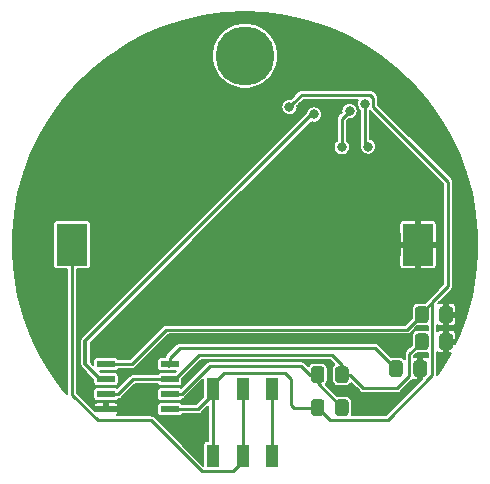
<source format=gbr>
G04 #@! TF.GenerationSoftware,KiCad,Pcbnew,5.1.9*
G04 #@! TF.CreationDate,2021-04-20T19:19:39+02:00*
G04 #@! TF.ProjectId,nibble++,6e696262-6c65-42b2-9b2e-6b696361645f,rev?*
G04 #@! TF.SameCoordinates,Original*
G04 #@! TF.FileFunction,Copper,L2,Bot*
G04 #@! TF.FilePolarity,Positive*
%FSLAX46Y46*%
G04 Gerber Fmt 4.6, Leading zero omitted, Abs format (unit mm)*
G04 Created by KiCad (PCBNEW 5.1.9) date 2021-04-20 19:19:39*
%MOMM*%
%LPD*%
G01*
G04 APERTURE LIST*
G04 #@! TA.AperFunction,SMDPad,CuDef*
%ADD10R,1.550000X0.600000*%
G04 #@! TD*
G04 #@! TA.AperFunction,ComponentPad*
%ADD11C,5.000000*%
G04 #@! TD*
G04 #@! TA.AperFunction,SMDPad,CuDef*
%ADD12R,2.600000X3.600000*%
G04 #@! TD*
G04 #@! TA.AperFunction,SMDPad,CuDef*
%ADD13R,1.100000X1.950000*%
G04 #@! TD*
G04 #@! TA.AperFunction,ViaPad*
%ADD14C,0.800000*%
G04 #@! TD*
G04 #@! TA.AperFunction,ViaPad*
%ADD15C,0.604800*%
G04 #@! TD*
G04 #@! TA.AperFunction,Conductor*
%ADD16C,0.250000*%
G04 #@! TD*
G04 #@! TA.AperFunction,Conductor*
%ADD17C,0.304800*%
G04 #@! TD*
G04 #@! TA.AperFunction,Conductor*
%ADD18C,0.177800*%
G04 #@! TD*
G04 #@! TA.AperFunction,Conductor*
%ADD19C,0.100000*%
G04 #@! TD*
G04 APERTURE END LIST*
G04 #@! TA.AperFunction,SMDPad,CuDef*
G36*
G01*
X115550000Y-105467999D02*
X115550000Y-106368001D01*
G75*
G02*
X115300001Y-106618000I-249999J0D01*
G01*
X114649999Y-106618000D01*
G75*
G02*
X114400000Y-106368001I0J249999D01*
G01*
X114400000Y-105467999D01*
G75*
G02*
X114649999Y-105218000I249999J0D01*
G01*
X115300001Y-105218000D01*
G75*
G02*
X115550000Y-105467999I0J-249999D01*
G01*
G37*
G04 #@! TD.AperFunction*
G04 #@! TA.AperFunction,SMDPad,CuDef*
G36*
G01*
X117600000Y-105467999D02*
X117600000Y-106368001D01*
G75*
G02*
X117350001Y-106618000I-249999J0D01*
G01*
X116699999Y-106618000D01*
G75*
G02*
X116450000Y-106368001I0J249999D01*
G01*
X116450000Y-105467999D01*
G75*
G02*
X116699999Y-105218000I249999J0D01*
G01*
X117350001Y-105218000D01*
G75*
G02*
X117600000Y-105467999I0J-249999D01*
G01*
G37*
G04 #@! TD.AperFunction*
G04 #@! TA.AperFunction,SMDPad,CuDef*
G36*
G01*
X115550000Y-107753999D02*
X115550000Y-108654001D01*
G75*
G02*
X115300001Y-108904000I-249999J0D01*
G01*
X114649999Y-108904000D01*
G75*
G02*
X114400000Y-108654001I0J249999D01*
G01*
X114400000Y-107753999D01*
G75*
G02*
X114649999Y-107504000I249999J0D01*
G01*
X115300001Y-107504000D01*
G75*
G02*
X115550000Y-107753999I0J-249999D01*
G01*
G37*
G04 #@! TD.AperFunction*
G04 #@! TA.AperFunction,SMDPad,CuDef*
G36*
G01*
X117600000Y-107753999D02*
X117600000Y-108654001D01*
G75*
G02*
X117350001Y-108904000I-249999J0D01*
G01*
X116699999Y-108904000D01*
G75*
G02*
X116450000Y-108654001I0J249999D01*
G01*
X116450000Y-107753999D01*
G75*
G02*
X116699999Y-107504000I249999J0D01*
G01*
X117350001Y-107504000D01*
G75*
G02*
X117600000Y-107753999I0J-249999D01*
G01*
G37*
G04 #@! TD.AperFunction*
G04 #@! TA.AperFunction,SMDPad,CuDef*
G36*
G01*
X114251000Y-110940001D02*
X114251000Y-110039999D01*
G75*
G02*
X114500999Y-109790000I249999J0D01*
G01*
X115151001Y-109790000D01*
G75*
G02*
X115401000Y-110039999I0J-249999D01*
G01*
X115401000Y-110940001D01*
G75*
G02*
X115151001Y-111190000I-249999J0D01*
G01*
X114500999Y-111190000D01*
G75*
G02*
X114251000Y-110940001I0J249999D01*
G01*
G37*
G04 #@! TD.AperFunction*
G04 #@! TA.AperFunction,SMDPad,CuDef*
G36*
G01*
X112201000Y-110940001D02*
X112201000Y-110039999D01*
G75*
G02*
X112450999Y-109790000I249999J0D01*
G01*
X113101001Y-109790000D01*
G75*
G02*
X113351000Y-110039999I0J-249999D01*
G01*
X113351000Y-110940001D01*
G75*
G02*
X113101001Y-111190000I-249999J0D01*
G01*
X112450999Y-111190000D01*
G75*
G02*
X112201000Y-110940001I0J249999D01*
G01*
G37*
G04 #@! TD.AperFunction*
G04 #@! TA.AperFunction,SMDPad,CuDef*
G36*
G01*
X107629000Y-114242001D02*
X107629000Y-113341999D01*
G75*
G02*
X107878999Y-113092000I249999J0D01*
G01*
X108529001Y-113092000D01*
G75*
G02*
X108779000Y-113341999I0J-249999D01*
G01*
X108779000Y-114242001D01*
G75*
G02*
X108529001Y-114492000I-249999J0D01*
G01*
X107878999Y-114492000D01*
G75*
G02*
X107629000Y-114242001I0J249999D01*
G01*
G37*
G04 #@! TD.AperFunction*
G04 #@! TA.AperFunction,SMDPad,CuDef*
G36*
G01*
X105579000Y-114242001D02*
X105579000Y-113341999D01*
G75*
G02*
X105828999Y-113092000I249999J0D01*
G01*
X106479001Y-113092000D01*
G75*
G02*
X106729000Y-113341999I0J-249999D01*
G01*
X106729000Y-114242001D01*
G75*
G02*
X106479001Y-114492000I-249999J0D01*
G01*
X105828999Y-114492000D01*
G75*
G02*
X105579000Y-114242001I0J249999D01*
G01*
G37*
G04 #@! TD.AperFunction*
G04 #@! TA.AperFunction,SMDPad,CuDef*
G36*
G01*
X107629000Y-111448001D02*
X107629000Y-110547999D01*
G75*
G02*
X107878999Y-110298000I249999J0D01*
G01*
X108529001Y-110298000D01*
G75*
G02*
X108779000Y-110547999I0J-249999D01*
G01*
X108779000Y-111448001D01*
G75*
G02*
X108529001Y-111698000I-249999J0D01*
G01*
X107878999Y-111698000D01*
G75*
G02*
X107629000Y-111448001I0J249999D01*
G01*
G37*
G04 #@! TD.AperFunction*
G04 #@! TA.AperFunction,SMDPad,CuDef*
G36*
G01*
X105579000Y-111448001D02*
X105579000Y-110547999D01*
G75*
G02*
X105828999Y-110298000I249999J0D01*
G01*
X106479001Y-110298000D01*
G75*
G02*
X106729000Y-110547999I0J-249999D01*
G01*
X106729000Y-111448001D01*
G75*
G02*
X106479001Y-111698000I-249999J0D01*
G01*
X105828999Y-111698000D01*
G75*
G02*
X105579000Y-111448001I0J249999D01*
G01*
G37*
G04 #@! TD.AperFunction*
D10*
X93632000Y-113919000D03*
X93632000Y-112649000D03*
X93632000Y-111379000D03*
X93632000Y-110109000D03*
X88232000Y-110109000D03*
X88232000Y-111379000D03*
X88232000Y-112649000D03*
X88232000Y-113919000D03*
D11*
X100000000Y-84000000D03*
D12*
X114650000Y-100000000D03*
X85350000Y-100000000D03*
D13*
X97322000Y-117856000D03*
X99822000Y-117856000D03*
X102322000Y-117856000D03*
X102322000Y-112206000D03*
X97322000Y-112206000D03*
X99822000Y-112206000D03*
D14*
X107856229Y-88267646D03*
X111675547Y-91702253D03*
D15*
X107182213Y-90906908D03*
X111498410Y-87918412D03*
D14*
X103759000Y-88328500D03*
X108861082Y-88676976D03*
X108188506Y-91751400D03*
X110143505Y-88052807D03*
X110430189Y-91684410D03*
X105854500Y-88963500D03*
D16*
X99822000Y-113431000D02*
X99822000Y-117856000D01*
X99822000Y-112206000D02*
X99822000Y-113431000D01*
X85350000Y-112697002D02*
X85350000Y-100000000D01*
X99822000Y-118281000D02*
X98946999Y-119156001D01*
X96359501Y-119156001D02*
X92075000Y-114871500D01*
X87524498Y-114871500D02*
X85350000Y-112697002D01*
X99822000Y-117856000D02*
X99822000Y-118281000D01*
X98946999Y-119156001D02*
X96359501Y-119156001D01*
X92075000Y-114871500D02*
X87524498Y-114871500D01*
X97322000Y-113431000D02*
X97322000Y-117856000D01*
X97322000Y-112206000D02*
X97322000Y-113431000D01*
X97322000Y-112631000D02*
X97322000Y-112206000D01*
X96034000Y-113919000D02*
X97322000Y-112631000D01*
X93632000Y-113919000D02*
X96034000Y-113919000D01*
X93632000Y-113919000D02*
X95881116Y-113919000D01*
X106154000Y-113792000D02*
X104126999Y-113792000D01*
X104140000Y-113792000D02*
X106154000Y-113792000D01*
X103918999Y-113570999D02*
X104140000Y-113792000D01*
X103918999Y-113538000D02*
X103918999Y-113570999D01*
X104158999Y-87928501D02*
X103759000Y-88328500D01*
X117221000Y-103514000D02*
X117221000Y-94688966D01*
X117221000Y-94688966D02*
X110871000Y-88338966D01*
X110871000Y-88338966D02*
X110871000Y-87578008D01*
X110871000Y-87578008D02*
X110584002Y-87291010D01*
X104796490Y-87291010D02*
X104158999Y-87928501D01*
X110584002Y-87291010D02*
X104796490Y-87291010D01*
X114817000Y-105918000D02*
X114604800Y-105918000D01*
X97322000Y-111781000D02*
X97322000Y-112206000D01*
X98229989Y-110873011D02*
X97322000Y-111781000D01*
X103387177Y-110873011D02*
X98229989Y-110873011D01*
X103918999Y-111404833D02*
X103387177Y-110873011D01*
X103918999Y-113538000D02*
X103918999Y-111404833D01*
X113714010Y-107178990D02*
X114975000Y-105918000D01*
X93355420Y-107178990D02*
X113714010Y-107178990D01*
X90425410Y-110109000D02*
X93355420Y-107178990D01*
X88232000Y-110109000D02*
X90425410Y-110109000D01*
X114975000Y-105918000D02*
X114975000Y-105760000D01*
X107179010Y-114817010D02*
X106154000Y-113792000D01*
X115875010Y-111029180D02*
X112087180Y-114817010D01*
X115875010Y-104859990D02*
X115875010Y-111029180D01*
X116367500Y-104367500D02*
X115875010Y-104859990D01*
X112087180Y-114817010D02*
X107179010Y-114817010D01*
X114975000Y-105760000D02*
X116367500Y-104367500D01*
X116367500Y-104367500D02*
X117221000Y-103514000D01*
X92607000Y-111379000D02*
X93632000Y-111379000D01*
X90527000Y-111379000D02*
X92607000Y-111379000D01*
X88232000Y-112649000D02*
X89257000Y-112649000D01*
X93632000Y-111379000D02*
X94107000Y-111379000D01*
X108204000Y-110198000D02*
X108204000Y-110998000D01*
X96113022Y-109372978D02*
X107378978Y-109372978D01*
X107378978Y-109372978D02*
X108204000Y-110198000D01*
X89257000Y-112649000D02*
X90527000Y-111379000D01*
X94107000Y-111379000D02*
X96113022Y-109372978D01*
X108879000Y-110998000D02*
X110022000Y-112141000D01*
X108204000Y-110998000D02*
X108879000Y-110998000D01*
X110022000Y-112141000D02*
X112903000Y-112141000D01*
X113925990Y-109253010D02*
X114975000Y-108204000D01*
X113925990Y-111074010D02*
X113925990Y-109253010D01*
X112903000Y-112097000D02*
X113925990Y-111074010D01*
X112903000Y-112141000D02*
X112903000Y-112097000D01*
X93441500Y-110299500D02*
X93632000Y-110109000D01*
X93632000Y-109559000D02*
X94479000Y-108712000D01*
X93632000Y-110109000D02*
X93632000Y-109559000D01*
X110998000Y-108712000D02*
X112776000Y-110490000D01*
X94479000Y-108712000D02*
X110998000Y-108712000D01*
X108861082Y-88676976D02*
X108188506Y-89349552D01*
X108188506Y-89349552D02*
X108188506Y-91185715D01*
X108188506Y-91185715D02*
X108188506Y-91751400D01*
X110143505Y-91397726D02*
X110430189Y-91684410D01*
X110143505Y-88052807D02*
X110143505Y-91397726D01*
X106154000Y-111742000D02*
X106154000Y-110998000D01*
X108204000Y-113792000D02*
X106154000Y-111742000D01*
X104753998Y-110272998D02*
X105479000Y-110998000D01*
X105479000Y-110998000D02*
X106154000Y-110998000D01*
X97033002Y-110272998D02*
X104753998Y-110272998D01*
X93632000Y-112649000D02*
X94657000Y-112649000D01*
X94657000Y-112649000D02*
X97033002Y-110272998D01*
X102322000Y-113431000D02*
X102322000Y-117856000D01*
X102322000Y-112206000D02*
X102322000Y-113431000D01*
D17*
X105664000Y-88963500D02*
X105854500Y-88963500D01*
X86487000Y-108140500D02*
X105664000Y-88963500D01*
X86487000Y-110109000D02*
X86487000Y-108140500D01*
X88232000Y-111379000D02*
X87757000Y-111379000D01*
X87757000Y-111379000D02*
X86487000Y-110109000D01*
D18*
X101764433Y-80395541D02*
X103514660Y-80632625D01*
X105236589Y-81025644D01*
X106916357Y-81571434D01*
X108540437Y-82265599D01*
X110095756Y-83102551D01*
X111569789Y-84075552D01*
X112950668Y-85176767D01*
X114227277Y-86397330D01*
X115389336Y-87727414D01*
X116427490Y-89156309D01*
X117333378Y-90672511D01*
X118099709Y-92263813D01*
X118720311Y-93917402D01*
X119190189Y-95619965D01*
X119505558Y-97357793D01*
X119663880Y-99116894D01*
X119663880Y-100883106D01*
X119505558Y-102642207D01*
X119190189Y-104380035D01*
X118720311Y-106082598D01*
X118099709Y-107736187D01*
X117794914Y-108369100D01*
X117190100Y-108369100D01*
X117190100Y-109104025D01*
X117256775Y-109170700D01*
X117408609Y-109171271D01*
X117333378Y-109327489D01*
X116427490Y-110843691D01*
X116290628Y-111032065D01*
X116290912Y-111029180D01*
X116288910Y-111008852D01*
X116288910Y-109116811D01*
X116301113Y-109126826D01*
X116347445Y-109151590D01*
X116397718Y-109166841D01*
X116450000Y-109171990D01*
X116793225Y-109170700D01*
X116859900Y-109104025D01*
X116859900Y-108369100D01*
X116839900Y-108369100D01*
X116839900Y-108038900D01*
X116859900Y-108038900D01*
X116859900Y-107303975D01*
X117190100Y-107303975D01*
X117190100Y-108038900D01*
X117800025Y-108038900D01*
X117866700Y-107972225D01*
X117867990Y-107504000D01*
X117862841Y-107451718D01*
X117847590Y-107401445D01*
X117822826Y-107355113D01*
X117789498Y-107314502D01*
X117748887Y-107281174D01*
X117702555Y-107256410D01*
X117652282Y-107241159D01*
X117600000Y-107236010D01*
X117256775Y-107237300D01*
X117190100Y-107303975D01*
X116859900Y-107303975D01*
X116793225Y-107237300D01*
X116450000Y-107236010D01*
X116397718Y-107241159D01*
X116347445Y-107256410D01*
X116301113Y-107281174D01*
X116288910Y-107291189D01*
X116288910Y-106830811D01*
X116301113Y-106840826D01*
X116347445Y-106865590D01*
X116397718Y-106880841D01*
X116450000Y-106885990D01*
X116793225Y-106884700D01*
X116859900Y-106818025D01*
X116859900Y-106083100D01*
X117190100Y-106083100D01*
X117190100Y-106818025D01*
X117256775Y-106884700D01*
X117600000Y-106885990D01*
X117652282Y-106880841D01*
X117702555Y-106865590D01*
X117748887Y-106840826D01*
X117789498Y-106807498D01*
X117822826Y-106766887D01*
X117847590Y-106720555D01*
X117862841Y-106670282D01*
X117867990Y-106618000D01*
X117866700Y-106149775D01*
X117800025Y-106083100D01*
X117190100Y-106083100D01*
X116859900Y-106083100D01*
X116839900Y-106083100D01*
X116839900Y-105752900D01*
X116859900Y-105752900D01*
X116859900Y-105017975D01*
X117190100Y-105017975D01*
X117190100Y-105752900D01*
X117800025Y-105752900D01*
X117866700Y-105686225D01*
X117867990Y-105218000D01*
X117862841Y-105165718D01*
X117847590Y-105115445D01*
X117822826Y-105069113D01*
X117789498Y-105028502D01*
X117748887Y-104995174D01*
X117702555Y-104970410D01*
X117652282Y-104955159D01*
X117600000Y-104950010D01*
X117256775Y-104951300D01*
X117190100Y-105017975D01*
X116859900Y-105017975D01*
X116793225Y-104951300D01*
X116450000Y-104950010D01*
X116397718Y-104955159D01*
X116351016Y-104969327D01*
X116674545Y-104645798D01*
X116674549Y-104645793D01*
X117499300Y-103821043D01*
X117515087Y-103808087D01*
X117566810Y-103745063D01*
X117605243Y-103673159D01*
X117628911Y-103595138D01*
X117634900Y-103534328D01*
X117634900Y-103534318D01*
X117636901Y-103514001D01*
X117634900Y-103493683D01*
X117634900Y-94709283D01*
X117636901Y-94688965D01*
X117634900Y-94668648D01*
X117634900Y-94668638D01*
X117628911Y-94607828D01*
X117605243Y-94529807D01*
X117566810Y-94457903D01*
X117515087Y-94394879D01*
X117499299Y-94381922D01*
X111284900Y-88167524D01*
X111284900Y-87598325D01*
X111286901Y-87578007D01*
X111284900Y-87557690D01*
X111284900Y-87557680D01*
X111278911Y-87496870D01*
X111255243Y-87418849D01*
X111216810Y-87346945D01*
X111165087Y-87283921D01*
X111149298Y-87270964D01*
X110891050Y-87012716D01*
X110878089Y-86996923D01*
X110815065Y-86945200D01*
X110743161Y-86906767D01*
X110665140Y-86883099D01*
X110604330Y-86877110D01*
X110604319Y-86877110D01*
X110584002Y-86875109D01*
X110563685Y-86877110D01*
X104816807Y-86877110D01*
X104796489Y-86875109D01*
X104776172Y-86877110D01*
X104776162Y-86877110D01*
X104715352Y-86883099D01*
X104637331Y-86906767D01*
X104565427Y-86945200D01*
X104502403Y-86996923D01*
X104489446Y-87012711D01*
X103880706Y-87621452D01*
X103880701Y-87621456D01*
X103856633Y-87645524D01*
X103826851Y-87639600D01*
X103691149Y-87639600D01*
X103558055Y-87666074D01*
X103432684Y-87718005D01*
X103319852Y-87793397D01*
X103223897Y-87889352D01*
X103148505Y-88002184D01*
X103096574Y-88127555D01*
X103070100Y-88260649D01*
X103070100Y-88396351D01*
X103096574Y-88529445D01*
X103148505Y-88654816D01*
X103223897Y-88767648D01*
X103319852Y-88863603D01*
X103432684Y-88938995D01*
X103558055Y-88990926D01*
X103691149Y-89017400D01*
X103826851Y-89017400D01*
X103959945Y-88990926D01*
X104085316Y-88938995D01*
X104198148Y-88863603D01*
X104294103Y-88767648D01*
X104369495Y-88654816D01*
X104421426Y-88529445D01*
X104447900Y-88396351D01*
X104447900Y-88260649D01*
X104441976Y-88230867D01*
X104466044Y-88206799D01*
X104466048Y-88206794D01*
X104967933Y-87704910D01*
X109547430Y-87704910D01*
X109533010Y-87726491D01*
X109481079Y-87851862D01*
X109454605Y-87984956D01*
X109454605Y-88120658D01*
X109481079Y-88253752D01*
X109533010Y-88379123D01*
X109608402Y-88491955D01*
X109704357Y-88587910D01*
X109729605Y-88604780D01*
X109729606Y-91377398D01*
X109727604Y-91397726D01*
X109735595Y-91478864D01*
X109755576Y-91544733D01*
X109741289Y-91616559D01*
X109741289Y-91752261D01*
X109767763Y-91885355D01*
X109819694Y-92010726D01*
X109895086Y-92123558D01*
X109991041Y-92219513D01*
X110103873Y-92294905D01*
X110229244Y-92346836D01*
X110362338Y-92373310D01*
X110498040Y-92373310D01*
X110631134Y-92346836D01*
X110756505Y-92294905D01*
X110869337Y-92219513D01*
X110965292Y-92123558D01*
X111040684Y-92010726D01*
X111092615Y-91885355D01*
X111119089Y-91752261D01*
X111119089Y-91616559D01*
X111092615Y-91483465D01*
X111040684Y-91358094D01*
X110965292Y-91245262D01*
X110869337Y-91149307D01*
X110756505Y-91073915D01*
X110631134Y-91021984D01*
X110557405Y-91007318D01*
X110557405Y-88609282D01*
X110576913Y-88633053D01*
X110592707Y-88646015D01*
X116807101Y-94860410D01*
X116807100Y-103342557D01*
X116089207Y-104060451D01*
X116089202Y-104060455D01*
X115596713Y-104552944D01*
X115580923Y-104565903D01*
X115567965Y-104581692D01*
X115221955Y-104927703D01*
X114649999Y-104927703D01*
X114544592Y-104938085D01*
X114443237Y-104968831D01*
X114349827Y-105018759D01*
X114267952Y-105085952D01*
X114200759Y-105167827D01*
X114150831Y-105261237D01*
X114120085Y-105362592D01*
X114109703Y-105467999D01*
X114109703Y-106197954D01*
X113542568Y-106765090D01*
X93375737Y-106765090D01*
X93355420Y-106763089D01*
X93335102Y-106765090D01*
X93335092Y-106765090D01*
X93274282Y-106771079D01*
X93196261Y-106794747D01*
X93124357Y-106833180D01*
X93061333Y-106884903D01*
X93048376Y-106900691D01*
X90253968Y-109695100D01*
X89273698Y-109695100D01*
X89248373Y-109647720D01*
X89212271Y-109603729D01*
X89168280Y-109567627D01*
X89118092Y-109540801D01*
X89063634Y-109524281D01*
X89007000Y-109518703D01*
X87457000Y-109518703D01*
X87400366Y-109524281D01*
X87345908Y-109540801D01*
X87295720Y-109567627D01*
X87251729Y-109603729D01*
X87215627Y-109647720D01*
X87188801Y-109697908D01*
X87172281Y-109752366D01*
X87166703Y-109809000D01*
X87166703Y-110164612D01*
X86928300Y-109926209D01*
X86928300Y-108323291D01*
X93451591Y-101800000D01*
X113082010Y-101800000D01*
X113087159Y-101852282D01*
X113102410Y-101902555D01*
X113127174Y-101948887D01*
X113160502Y-101989498D01*
X113201113Y-102022826D01*
X113247445Y-102047590D01*
X113297718Y-102062841D01*
X113350000Y-102067990D01*
X114418225Y-102066700D01*
X114484900Y-102000025D01*
X114484900Y-100165100D01*
X114815100Y-100165100D01*
X114815100Y-102000025D01*
X114881775Y-102066700D01*
X115950000Y-102067990D01*
X116002282Y-102062841D01*
X116052555Y-102047590D01*
X116098887Y-102022826D01*
X116139498Y-101989498D01*
X116172826Y-101948887D01*
X116197590Y-101902555D01*
X116212841Y-101852282D01*
X116217990Y-101800000D01*
X116216700Y-100231775D01*
X116150025Y-100165100D01*
X114815100Y-100165100D01*
X114484900Y-100165100D01*
X113149975Y-100165100D01*
X113083300Y-100231775D01*
X113082010Y-101800000D01*
X93451591Y-101800000D01*
X97051591Y-98200000D01*
X113082010Y-98200000D01*
X113083300Y-99768225D01*
X113149975Y-99834900D01*
X114484900Y-99834900D01*
X114484900Y-97999975D01*
X114815100Y-97999975D01*
X114815100Y-99834900D01*
X116150025Y-99834900D01*
X116216700Y-99768225D01*
X116217990Y-98200000D01*
X116212841Y-98147718D01*
X116197590Y-98097445D01*
X116172826Y-98051113D01*
X116139498Y-98010502D01*
X116098887Y-97977174D01*
X116052555Y-97952410D01*
X116002282Y-97937159D01*
X115950000Y-97932010D01*
X114881775Y-97933300D01*
X114815100Y-97999975D01*
X114484900Y-97999975D01*
X114418225Y-97933300D01*
X113350000Y-97932010D01*
X113297718Y-97937159D01*
X113247445Y-97952410D01*
X113201113Y-97977174D01*
X113160502Y-98010502D01*
X113127174Y-98051113D01*
X113102410Y-98097445D01*
X113087159Y-98147718D01*
X113082010Y-98200000D01*
X97051591Y-98200000D01*
X103568042Y-91683549D01*
X107499606Y-91683549D01*
X107499606Y-91819251D01*
X107526080Y-91952345D01*
X107578011Y-92077716D01*
X107653403Y-92190548D01*
X107749358Y-92286503D01*
X107862190Y-92361895D01*
X107987561Y-92413826D01*
X108120655Y-92440300D01*
X108256357Y-92440300D01*
X108389451Y-92413826D01*
X108514822Y-92361895D01*
X108627654Y-92286503D01*
X108723609Y-92190548D01*
X108799001Y-92077716D01*
X108850932Y-91952345D01*
X108877406Y-91819251D01*
X108877406Y-91683549D01*
X108850932Y-91550455D01*
X108799001Y-91425084D01*
X108723609Y-91312252D01*
X108627654Y-91216297D01*
X108602406Y-91199427D01*
X108602406Y-89520994D01*
X108763449Y-89359952D01*
X108793231Y-89365876D01*
X108928933Y-89365876D01*
X109062027Y-89339402D01*
X109187398Y-89287471D01*
X109300230Y-89212079D01*
X109396185Y-89116124D01*
X109471577Y-89003292D01*
X109523508Y-88877921D01*
X109549982Y-88744827D01*
X109549982Y-88609125D01*
X109523508Y-88476031D01*
X109471577Y-88350660D01*
X109396185Y-88237828D01*
X109300230Y-88141873D01*
X109187398Y-88066481D01*
X109062027Y-88014550D01*
X108928933Y-87988076D01*
X108793231Y-87988076D01*
X108660137Y-88014550D01*
X108534766Y-88066481D01*
X108421934Y-88141873D01*
X108325979Y-88237828D01*
X108250587Y-88350660D01*
X108198656Y-88476031D01*
X108172182Y-88609125D01*
X108172182Y-88744827D01*
X108178106Y-88774609D01*
X107910212Y-89042504D01*
X107894419Y-89055465D01*
X107842696Y-89118490D01*
X107804263Y-89190394D01*
X107780595Y-89268415D01*
X107774606Y-89329225D01*
X107774606Y-89329235D01*
X107772605Y-89349552D01*
X107774606Y-89369870D01*
X107774607Y-91165378D01*
X107774606Y-91165388D01*
X107774606Y-91199427D01*
X107749358Y-91216297D01*
X107653403Y-91312252D01*
X107578011Y-91425084D01*
X107526080Y-91550455D01*
X107499606Y-91683549D01*
X103568042Y-91683549D01*
X105633835Y-89617757D01*
X105653555Y-89625926D01*
X105786649Y-89652400D01*
X105922351Y-89652400D01*
X106055445Y-89625926D01*
X106180816Y-89573995D01*
X106293648Y-89498603D01*
X106389603Y-89402648D01*
X106464995Y-89289816D01*
X106516926Y-89164445D01*
X106543400Y-89031351D01*
X106543400Y-88895649D01*
X106516926Y-88762555D01*
X106464995Y-88637184D01*
X106389603Y-88524352D01*
X106293648Y-88428397D01*
X106180816Y-88353005D01*
X106055445Y-88301074D01*
X105922351Y-88274600D01*
X105786649Y-88274600D01*
X105653555Y-88301074D01*
X105528184Y-88353005D01*
X105415352Y-88428397D01*
X105319397Y-88524352D01*
X105244005Y-88637184D01*
X105192074Y-88762555D01*
X105179962Y-88823446D01*
X86190286Y-107813123D01*
X86173445Y-107826944D01*
X86159626Y-107843783D01*
X86118297Y-107894141D01*
X86077320Y-107970805D01*
X86052086Y-108053990D01*
X86043565Y-108140500D01*
X86045701Y-108162186D01*
X86045700Y-110087324D01*
X86043565Y-110109000D01*
X86045700Y-110130676D01*
X86045700Y-110130677D01*
X86052085Y-110195509D01*
X86077319Y-110278694D01*
X86088440Y-110299500D01*
X86118297Y-110355359D01*
X86135367Y-110376159D01*
X86173444Y-110422556D01*
X86190291Y-110436382D01*
X87166703Y-111412795D01*
X87166703Y-111679000D01*
X87172281Y-111735634D01*
X87188801Y-111790092D01*
X87215627Y-111840280D01*
X87251729Y-111884271D01*
X87295720Y-111920373D01*
X87345908Y-111947199D01*
X87400366Y-111963719D01*
X87457000Y-111969297D01*
X89007000Y-111969297D01*
X89063634Y-111963719D01*
X89118092Y-111947199D01*
X89168280Y-111920373D01*
X89212271Y-111884271D01*
X89248373Y-111840280D01*
X89275199Y-111790092D01*
X89291719Y-111735634D01*
X89297297Y-111679000D01*
X89297297Y-111079000D01*
X89291719Y-111022366D01*
X89275199Y-110967908D01*
X89248373Y-110917720D01*
X89212271Y-110873729D01*
X89168280Y-110837627D01*
X89118092Y-110810801D01*
X89063634Y-110794281D01*
X89007000Y-110788703D01*
X87790795Y-110788703D01*
X87701389Y-110699297D01*
X89007000Y-110699297D01*
X89063634Y-110693719D01*
X89118092Y-110677199D01*
X89168280Y-110650373D01*
X89212271Y-110614271D01*
X89248373Y-110570280D01*
X89273698Y-110522900D01*
X90405093Y-110522900D01*
X90425410Y-110524901D01*
X90445727Y-110522900D01*
X90445738Y-110522900D01*
X90506548Y-110516911D01*
X90584569Y-110493243D01*
X90656473Y-110454810D01*
X90719497Y-110403087D01*
X90732459Y-110387293D01*
X93526863Y-107592890D01*
X113693693Y-107592890D01*
X113714010Y-107594891D01*
X113734327Y-107592890D01*
X113734338Y-107592890D01*
X113795148Y-107586901D01*
X113873169Y-107563233D01*
X113945073Y-107524800D01*
X114008097Y-107473077D01*
X114021059Y-107457283D01*
X114577214Y-106901128D01*
X114649999Y-106908297D01*
X115300001Y-106908297D01*
X115405408Y-106897915D01*
X115461110Y-106881018D01*
X115461110Y-107240982D01*
X115405408Y-107224085D01*
X115300001Y-107213703D01*
X114649999Y-107213703D01*
X114544592Y-107224085D01*
X114443237Y-107254831D01*
X114349827Y-107304759D01*
X114267952Y-107371952D01*
X114200759Y-107453827D01*
X114150831Y-107547237D01*
X114120085Y-107648592D01*
X114109703Y-107753999D01*
X114109703Y-108483955D01*
X113647692Y-108945966D01*
X113631904Y-108958923D01*
X113618947Y-108974711D01*
X113618945Y-108974713D01*
X113580181Y-109021947D01*
X113541747Y-109093852D01*
X113518080Y-109171872D01*
X113510089Y-109253010D01*
X113512091Y-109273337D01*
X113512091Y-109693341D01*
X113483048Y-109657952D01*
X113401173Y-109590759D01*
X113307763Y-109540831D01*
X113206408Y-109510085D01*
X113101001Y-109499703D01*
X112450999Y-109499703D01*
X112378214Y-109506872D01*
X111305049Y-108433707D01*
X111292087Y-108417913D01*
X111229063Y-108366190D01*
X111157159Y-108327757D01*
X111079138Y-108304089D01*
X111018328Y-108298100D01*
X111018317Y-108298100D01*
X110998000Y-108296099D01*
X110977683Y-108298100D01*
X94499317Y-108298100D01*
X94479000Y-108296099D01*
X94458682Y-108298100D01*
X94458672Y-108298100D01*
X94397862Y-108304089D01*
X94319841Y-108327757D01*
X94247937Y-108366190D01*
X94184913Y-108417913D01*
X94171956Y-108433701D01*
X93353702Y-109251956D01*
X93337914Y-109264913D01*
X93324957Y-109280701D01*
X93324955Y-109280703D01*
X93286191Y-109327937D01*
X93247757Y-109399842D01*
X93224090Y-109477862D01*
X93220068Y-109518703D01*
X92857000Y-109518703D01*
X92800366Y-109524281D01*
X92745908Y-109540801D01*
X92695720Y-109567627D01*
X92651729Y-109603729D01*
X92615627Y-109647720D01*
X92588801Y-109697908D01*
X92572281Y-109752366D01*
X92566703Y-109809000D01*
X92566703Y-110409000D01*
X92572281Y-110465634D01*
X92588801Y-110520092D01*
X92615627Y-110570280D01*
X92651729Y-110614271D01*
X92695720Y-110650373D01*
X92745908Y-110677199D01*
X92800366Y-110693719D01*
X92857000Y-110699297D01*
X93333617Y-110699297D01*
X93360362Y-110707410D01*
X93441500Y-110715401D01*
X93522638Y-110707410D01*
X93549383Y-110699297D01*
X94201361Y-110699297D01*
X94111955Y-110788703D01*
X92857000Y-110788703D01*
X92800366Y-110794281D01*
X92745908Y-110810801D01*
X92695720Y-110837627D01*
X92651729Y-110873729D01*
X92615627Y-110917720D01*
X92590302Y-110965100D01*
X90547317Y-110965100D01*
X90526999Y-110963099D01*
X90506682Y-110965100D01*
X90506672Y-110965100D01*
X90445862Y-110971089D01*
X90367841Y-110994757D01*
X90295937Y-111033190D01*
X90276054Y-111049508D01*
X90251426Y-111069720D01*
X90232913Y-111084913D01*
X90219956Y-111100701D01*
X89192859Y-112127798D01*
X89168280Y-112107627D01*
X89118092Y-112080801D01*
X89063634Y-112064281D01*
X89007000Y-112058703D01*
X87457000Y-112058703D01*
X87400366Y-112064281D01*
X87345908Y-112080801D01*
X87295720Y-112107627D01*
X87251729Y-112143729D01*
X87215627Y-112187720D01*
X87188801Y-112237908D01*
X87172281Y-112292366D01*
X87166703Y-112349000D01*
X87166703Y-112949000D01*
X87172281Y-113005634D01*
X87188801Y-113060092D01*
X87215627Y-113110280D01*
X87251729Y-113154271D01*
X87295720Y-113190373D01*
X87345908Y-113217199D01*
X87400366Y-113233719D01*
X87457000Y-113239297D01*
X89007000Y-113239297D01*
X89063634Y-113233719D01*
X89118092Y-113217199D01*
X89168280Y-113190373D01*
X89212271Y-113154271D01*
X89248373Y-113110280D01*
X89273497Y-113063276D01*
X89277317Y-113062900D01*
X89277328Y-113062900D01*
X89338138Y-113056911D01*
X89416159Y-113033243D01*
X89488063Y-112994810D01*
X89551087Y-112943087D01*
X89564049Y-112927293D01*
X90698443Y-111792900D01*
X92590302Y-111792900D01*
X92615627Y-111840280D01*
X92651729Y-111884271D01*
X92695720Y-111920373D01*
X92745908Y-111947199D01*
X92800366Y-111963719D01*
X92857000Y-111969297D01*
X94407000Y-111969297D01*
X94463634Y-111963719D01*
X94518092Y-111947199D01*
X94568280Y-111920373D01*
X94612271Y-111884271D01*
X94648373Y-111840280D01*
X94675199Y-111790092D01*
X94691719Y-111735634D01*
X94697297Y-111679000D01*
X94697297Y-111374045D01*
X96284465Y-109786878D01*
X107207536Y-109786878D01*
X107546196Y-110125539D01*
X107496952Y-110165952D01*
X107429759Y-110247827D01*
X107379831Y-110341237D01*
X107349085Y-110442592D01*
X107338703Y-110547999D01*
X107338703Y-111448001D01*
X107349085Y-111553408D01*
X107379831Y-111654763D01*
X107429759Y-111748173D01*
X107496952Y-111830048D01*
X107578827Y-111897241D01*
X107672237Y-111947169D01*
X107773592Y-111977915D01*
X107878999Y-111988297D01*
X108529001Y-111988297D01*
X108634408Y-111977915D01*
X108735763Y-111947169D01*
X108829173Y-111897241D01*
X108911048Y-111830048D01*
X108978241Y-111748173D01*
X109001087Y-111705430D01*
X109714956Y-112419299D01*
X109727913Y-112435087D01*
X109790937Y-112486810D01*
X109862841Y-112525243D01*
X109940862Y-112548911D01*
X110001672Y-112554900D01*
X110001682Y-112554900D01*
X110021999Y-112556901D01*
X110042317Y-112554900D01*
X112882672Y-112554900D01*
X112903000Y-112556902D01*
X112923327Y-112554900D01*
X112923328Y-112554900D01*
X112984138Y-112548911D01*
X113062159Y-112525243D01*
X113134063Y-112486810D01*
X113197087Y-112435087D01*
X113248810Y-112372063D01*
X113287243Y-112300159D01*
X113288140Y-112297202D01*
X114147994Y-111437349D01*
X114148445Y-111437590D01*
X114198718Y-111452841D01*
X114251000Y-111457990D01*
X114594225Y-111456700D01*
X114660900Y-111390025D01*
X114660900Y-110655100D01*
X114640900Y-110655100D01*
X114640900Y-110324900D01*
X114660900Y-110324900D01*
X114660900Y-109589975D01*
X114594225Y-109523300D01*
X114339890Y-109522344D01*
X114339890Y-109424452D01*
X114577214Y-109187128D01*
X114649999Y-109194297D01*
X115300001Y-109194297D01*
X115405408Y-109183915D01*
X115461111Y-109167018D01*
X115461111Y-109529534D01*
X115453282Y-109527159D01*
X115401000Y-109522010D01*
X115057775Y-109523300D01*
X114991100Y-109589975D01*
X114991100Y-110324900D01*
X115011100Y-110324900D01*
X115011100Y-110655100D01*
X114991100Y-110655100D01*
X114991100Y-111327747D01*
X111915738Y-114403110D01*
X109042018Y-114403110D01*
X109058915Y-114347408D01*
X109069297Y-114242001D01*
X109069297Y-113341999D01*
X109058915Y-113236592D01*
X109028169Y-113135237D01*
X108978241Y-113041827D01*
X108911048Y-112959952D01*
X108829173Y-112892759D01*
X108735763Y-112842831D01*
X108634408Y-112812085D01*
X108529001Y-112801703D01*
X107878999Y-112801703D01*
X107806215Y-112808872D01*
X106842562Y-111845219D01*
X106861048Y-111830048D01*
X106928241Y-111748173D01*
X106978169Y-111654763D01*
X107008915Y-111553408D01*
X107019297Y-111448001D01*
X107019297Y-110547999D01*
X107008915Y-110442592D01*
X106978169Y-110341237D01*
X106928241Y-110247827D01*
X106861048Y-110165952D01*
X106779173Y-110098759D01*
X106685763Y-110048831D01*
X106584408Y-110018085D01*
X106479001Y-110007703D01*
X105828999Y-110007703D01*
X105723592Y-110018085D01*
X105622237Y-110048831D01*
X105528827Y-110098759D01*
X105446952Y-110165952D01*
X105379759Y-110247827D01*
X105356913Y-110290570D01*
X105061046Y-109994704D01*
X105048085Y-109978911D01*
X104985061Y-109927188D01*
X104913157Y-109888755D01*
X104835136Y-109865087D01*
X104774326Y-109859098D01*
X104774315Y-109859098D01*
X104753998Y-109857097D01*
X104733681Y-109859098D01*
X97053319Y-109859098D01*
X97033001Y-109857097D01*
X97012684Y-109859098D01*
X97012674Y-109859098D01*
X96951864Y-109865087D01*
X96873843Y-109888755D01*
X96801939Y-109927188D01*
X96801937Y-109927189D01*
X96801938Y-109927189D01*
X96774337Y-109949841D01*
X96738915Y-109978911D01*
X96725958Y-109994699D01*
X94592859Y-112127799D01*
X94568280Y-112107627D01*
X94518092Y-112080801D01*
X94463634Y-112064281D01*
X94407000Y-112058703D01*
X92857000Y-112058703D01*
X92800366Y-112064281D01*
X92745908Y-112080801D01*
X92695720Y-112107627D01*
X92651729Y-112143729D01*
X92615627Y-112187720D01*
X92588801Y-112237908D01*
X92572281Y-112292366D01*
X92566703Y-112349000D01*
X92566703Y-112949000D01*
X92572281Y-113005634D01*
X92588801Y-113060092D01*
X92615627Y-113110280D01*
X92651729Y-113154271D01*
X92695720Y-113190373D01*
X92745908Y-113217199D01*
X92800366Y-113233719D01*
X92857000Y-113239297D01*
X94407000Y-113239297D01*
X94463634Y-113233719D01*
X94518092Y-113217199D01*
X94568280Y-113190373D01*
X94612271Y-113154271D01*
X94648373Y-113110280D01*
X94673497Y-113063276D01*
X94677317Y-113062900D01*
X94677328Y-113062900D01*
X94738138Y-113056911D01*
X94816159Y-113033243D01*
X94888063Y-112994810D01*
X94951087Y-112943087D01*
X94964049Y-112927293D01*
X96481703Y-111409640D01*
X96481703Y-112885954D01*
X95862558Y-113505100D01*
X94673698Y-113505100D01*
X94648373Y-113457720D01*
X94612271Y-113413729D01*
X94568280Y-113377627D01*
X94518092Y-113350801D01*
X94463634Y-113334281D01*
X94407000Y-113328703D01*
X92857000Y-113328703D01*
X92800366Y-113334281D01*
X92745908Y-113350801D01*
X92695720Y-113377627D01*
X92651729Y-113413729D01*
X92615627Y-113457720D01*
X92588801Y-113507908D01*
X92572281Y-113562366D01*
X92566703Y-113619000D01*
X92566703Y-114219000D01*
X92572281Y-114275634D01*
X92588801Y-114330092D01*
X92615627Y-114380280D01*
X92651729Y-114424271D01*
X92695720Y-114460373D01*
X92745908Y-114487199D01*
X92800366Y-114503719D01*
X92857000Y-114509297D01*
X94407000Y-114509297D01*
X94463634Y-114503719D01*
X94518092Y-114487199D01*
X94568280Y-114460373D01*
X94612271Y-114424271D01*
X94648373Y-114380280D01*
X94673698Y-114332900D01*
X96013683Y-114332900D01*
X96034000Y-114334901D01*
X96054317Y-114332900D01*
X96054328Y-114332900D01*
X96115138Y-114326911D01*
X96193159Y-114303243D01*
X96265063Y-114264810D01*
X96328087Y-114213087D01*
X96341049Y-114197293D01*
X96908100Y-113630242D01*
X96908101Y-116590703D01*
X96772000Y-116590703D01*
X96715366Y-116596281D01*
X96660908Y-116612801D01*
X96610720Y-116639627D01*
X96566729Y-116675729D01*
X96530627Y-116719720D01*
X96503801Y-116769908D01*
X96487281Y-116824366D01*
X96481703Y-116881000D01*
X96481703Y-118692860D01*
X92382049Y-114593207D01*
X92369087Y-114577413D01*
X92306063Y-114525690D01*
X92234159Y-114487257D01*
X92156138Y-114463589D01*
X92095328Y-114457600D01*
X92095317Y-114457600D01*
X92075000Y-114455599D01*
X92054683Y-114457600D01*
X89126375Y-114457600D01*
X89155887Y-114441826D01*
X89196498Y-114408498D01*
X89229826Y-114367887D01*
X89254590Y-114321555D01*
X89269841Y-114271282D01*
X89274990Y-114219000D01*
X89273700Y-114150775D01*
X89207025Y-114084100D01*
X88397100Y-114084100D01*
X88397100Y-114104100D01*
X88066900Y-114104100D01*
X88066900Y-114084100D01*
X87322441Y-114084100D01*
X86857341Y-113619000D01*
X87189010Y-113619000D01*
X87190300Y-113687225D01*
X87256975Y-113753900D01*
X88066900Y-113753900D01*
X88066900Y-113418975D01*
X88397100Y-113418975D01*
X88397100Y-113753900D01*
X89207025Y-113753900D01*
X89273700Y-113687225D01*
X89274990Y-113619000D01*
X89269841Y-113566718D01*
X89254590Y-113516445D01*
X89229826Y-113470113D01*
X89196498Y-113429502D01*
X89155887Y-113396174D01*
X89109555Y-113371410D01*
X89059282Y-113356159D01*
X89007000Y-113351010D01*
X88463775Y-113352300D01*
X88397100Y-113418975D01*
X88066900Y-113418975D01*
X88000225Y-113352300D01*
X87457000Y-113351010D01*
X87404718Y-113356159D01*
X87354445Y-113371410D01*
X87308113Y-113396174D01*
X87267502Y-113429502D01*
X87234174Y-113470113D01*
X87209410Y-113516445D01*
X87194159Y-113566718D01*
X87189010Y-113619000D01*
X86857341Y-113619000D01*
X85763900Y-112525560D01*
X85763900Y-102090297D01*
X86650000Y-102090297D01*
X86706634Y-102084719D01*
X86761092Y-102068199D01*
X86811280Y-102041373D01*
X86855271Y-102005271D01*
X86891373Y-101961280D01*
X86918199Y-101911092D01*
X86934719Y-101856634D01*
X86940297Y-101800000D01*
X86940297Y-98200000D01*
X86934719Y-98143366D01*
X86918199Y-98088908D01*
X86891373Y-98038720D01*
X86855271Y-97994729D01*
X86811280Y-97958627D01*
X86761092Y-97931801D01*
X86706634Y-97915281D01*
X86650000Y-97909703D01*
X84050000Y-97909703D01*
X83993366Y-97915281D01*
X83938908Y-97931801D01*
X83888720Y-97958627D01*
X83844729Y-97994729D01*
X83808627Y-98038720D01*
X83781801Y-98088908D01*
X83765281Y-98143366D01*
X83759703Y-98200000D01*
X83759703Y-101800000D01*
X83765281Y-101856634D01*
X83781801Y-101911092D01*
X83808627Y-101961280D01*
X83844729Y-102005271D01*
X83888720Y-102041373D01*
X83938908Y-102068199D01*
X83993366Y-102084719D01*
X84050000Y-102090297D01*
X84936101Y-102090297D01*
X84936100Y-112645078D01*
X84610664Y-112272586D01*
X83572510Y-110843691D01*
X82666622Y-109327489D01*
X81900291Y-107736187D01*
X81279689Y-106082598D01*
X80809811Y-104380035D01*
X80494442Y-102642207D01*
X80336120Y-100883106D01*
X80336120Y-99116894D01*
X80494442Y-97357793D01*
X80809811Y-95619965D01*
X81279689Y-93917402D01*
X81900291Y-92263813D01*
X82666622Y-90672511D01*
X83572510Y-89156309D01*
X84610664Y-87727414D01*
X85772723Y-86397330D01*
X87049332Y-85176767D01*
X88430211Y-84075552D01*
X88960794Y-83725317D01*
X97211100Y-83725317D01*
X97211100Y-84274683D01*
X97318276Y-84813492D01*
X97528509Y-85321039D01*
X97833720Y-85777820D01*
X98222180Y-86166280D01*
X98678961Y-86471491D01*
X99186508Y-86681724D01*
X99725317Y-86788900D01*
X100274683Y-86788900D01*
X100813492Y-86681724D01*
X101321039Y-86471491D01*
X101777820Y-86166280D01*
X102166280Y-85777820D01*
X102471491Y-85321039D01*
X102681724Y-84813492D01*
X102788900Y-84274683D01*
X102788900Y-83725317D01*
X102681724Y-83186508D01*
X102471491Y-82678961D01*
X102166280Y-82222180D01*
X101777820Y-81833720D01*
X101321039Y-81528509D01*
X100813492Y-81318276D01*
X100274683Y-81211100D01*
X99725317Y-81211100D01*
X99186508Y-81318276D01*
X98678961Y-81528509D01*
X98222180Y-81833720D01*
X97833720Y-82222180D01*
X97528509Y-82678961D01*
X97318276Y-83186508D01*
X97211100Y-83725317D01*
X88960794Y-83725317D01*
X89904244Y-83102551D01*
X91459563Y-82265599D01*
X93083643Y-81571434D01*
X94763411Y-81025644D01*
X96485340Y-80632625D01*
X98235567Y-80395541D01*
X100000000Y-80316300D01*
X101764433Y-80395541D01*
G04 #@! TA.AperFunction,Conductor*
D19*
G36*
X101764433Y-80395541D02*
G01*
X103514660Y-80632625D01*
X105236589Y-81025644D01*
X106916357Y-81571434D01*
X108540437Y-82265599D01*
X110095756Y-83102551D01*
X111569789Y-84075552D01*
X112950668Y-85176767D01*
X114227277Y-86397330D01*
X115389336Y-87727414D01*
X116427490Y-89156309D01*
X117333378Y-90672511D01*
X118099709Y-92263813D01*
X118720311Y-93917402D01*
X119190189Y-95619965D01*
X119505558Y-97357793D01*
X119663880Y-99116894D01*
X119663880Y-100883106D01*
X119505558Y-102642207D01*
X119190189Y-104380035D01*
X118720311Y-106082598D01*
X118099709Y-107736187D01*
X117794914Y-108369100D01*
X117190100Y-108369100D01*
X117190100Y-109104025D01*
X117256775Y-109170700D01*
X117408609Y-109171271D01*
X117333378Y-109327489D01*
X116427490Y-110843691D01*
X116290628Y-111032065D01*
X116290912Y-111029180D01*
X116288910Y-111008852D01*
X116288910Y-109116811D01*
X116301113Y-109126826D01*
X116347445Y-109151590D01*
X116397718Y-109166841D01*
X116450000Y-109171990D01*
X116793225Y-109170700D01*
X116859900Y-109104025D01*
X116859900Y-108369100D01*
X116839900Y-108369100D01*
X116839900Y-108038900D01*
X116859900Y-108038900D01*
X116859900Y-107303975D01*
X117190100Y-107303975D01*
X117190100Y-108038900D01*
X117800025Y-108038900D01*
X117866700Y-107972225D01*
X117867990Y-107504000D01*
X117862841Y-107451718D01*
X117847590Y-107401445D01*
X117822826Y-107355113D01*
X117789498Y-107314502D01*
X117748887Y-107281174D01*
X117702555Y-107256410D01*
X117652282Y-107241159D01*
X117600000Y-107236010D01*
X117256775Y-107237300D01*
X117190100Y-107303975D01*
X116859900Y-107303975D01*
X116793225Y-107237300D01*
X116450000Y-107236010D01*
X116397718Y-107241159D01*
X116347445Y-107256410D01*
X116301113Y-107281174D01*
X116288910Y-107291189D01*
X116288910Y-106830811D01*
X116301113Y-106840826D01*
X116347445Y-106865590D01*
X116397718Y-106880841D01*
X116450000Y-106885990D01*
X116793225Y-106884700D01*
X116859900Y-106818025D01*
X116859900Y-106083100D01*
X117190100Y-106083100D01*
X117190100Y-106818025D01*
X117256775Y-106884700D01*
X117600000Y-106885990D01*
X117652282Y-106880841D01*
X117702555Y-106865590D01*
X117748887Y-106840826D01*
X117789498Y-106807498D01*
X117822826Y-106766887D01*
X117847590Y-106720555D01*
X117862841Y-106670282D01*
X117867990Y-106618000D01*
X117866700Y-106149775D01*
X117800025Y-106083100D01*
X117190100Y-106083100D01*
X116859900Y-106083100D01*
X116839900Y-106083100D01*
X116839900Y-105752900D01*
X116859900Y-105752900D01*
X116859900Y-105017975D01*
X117190100Y-105017975D01*
X117190100Y-105752900D01*
X117800025Y-105752900D01*
X117866700Y-105686225D01*
X117867990Y-105218000D01*
X117862841Y-105165718D01*
X117847590Y-105115445D01*
X117822826Y-105069113D01*
X117789498Y-105028502D01*
X117748887Y-104995174D01*
X117702555Y-104970410D01*
X117652282Y-104955159D01*
X117600000Y-104950010D01*
X117256775Y-104951300D01*
X117190100Y-105017975D01*
X116859900Y-105017975D01*
X116793225Y-104951300D01*
X116450000Y-104950010D01*
X116397718Y-104955159D01*
X116351016Y-104969327D01*
X116674545Y-104645798D01*
X116674549Y-104645793D01*
X117499300Y-103821043D01*
X117515087Y-103808087D01*
X117566810Y-103745063D01*
X117605243Y-103673159D01*
X117628911Y-103595138D01*
X117634900Y-103534328D01*
X117634900Y-103534318D01*
X117636901Y-103514001D01*
X117634900Y-103493683D01*
X117634900Y-94709283D01*
X117636901Y-94688965D01*
X117634900Y-94668648D01*
X117634900Y-94668638D01*
X117628911Y-94607828D01*
X117605243Y-94529807D01*
X117566810Y-94457903D01*
X117515087Y-94394879D01*
X117499299Y-94381922D01*
X111284900Y-88167524D01*
X111284900Y-87598325D01*
X111286901Y-87578007D01*
X111284900Y-87557690D01*
X111284900Y-87557680D01*
X111278911Y-87496870D01*
X111255243Y-87418849D01*
X111216810Y-87346945D01*
X111165087Y-87283921D01*
X111149298Y-87270964D01*
X110891050Y-87012716D01*
X110878089Y-86996923D01*
X110815065Y-86945200D01*
X110743161Y-86906767D01*
X110665140Y-86883099D01*
X110604330Y-86877110D01*
X110604319Y-86877110D01*
X110584002Y-86875109D01*
X110563685Y-86877110D01*
X104816807Y-86877110D01*
X104796489Y-86875109D01*
X104776172Y-86877110D01*
X104776162Y-86877110D01*
X104715352Y-86883099D01*
X104637331Y-86906767D01*
X104565427Y-86945200D01*
X104502403Y-86996923D01*
X104489446Y-87012711D01*
X103880706Y-87621452D01*
X103880701Y-87621456D01*
X103856633Y-87645524D01*
X103826851Y-87639600D01*
X103691149Y-87639600D01*
X103558055Y-87666074D01*
X103432684Y-87718005D01*
X103319852Y-87793397D01*
X103223897Y-87889352D01*
X103148505Y-88002184D01*
X103096574Y-88127555D01*
X103070100Y-88260649D01*
X103070100Y-88396351D01*
X103096574Y-88529445D01*
X103148505Y-88654816D01*
X103223897Y-88767648D01*
X103319852Y-88863603D01*
X103432684Y-88938995D01*
X103558055Y-88990926D01*
X103691149Y-89017400D01*
X103826851Y-89017400D01*
X103959945Y-88990926D01*
X104085316Y-88938995D01*
X104198148Y-88863603D01*
X104294103Y-88767648D01*
X104369495Y-88654816D01*
X104421426Y-88529445D01*
X104447900Y-88396351D01*
X104447900Y-88260649D01*
X104441976Y-88230867D01*
X104466044Y-88206799D01*
X104466048Y-88206794D01*
X104967933Y-87704910D01*
X109547430Y-87704910D01*
X109533010Y-87726491D01*
X109481079Y-87851862D01*
X109454605Y-87984956D01*
X109454605Y-88120658D01*
X109481079Y-88253752D01*
X109533010Y-88379123D01*
X109608402Y-88491955D01*
X109704357Y-88587910D01*
X109729605Y-88604780D01*
X109729606Y-91377398D01*
X109727604Y-91397726D01*
X109735595Y-91478864D01*
X109755576Y-91544733D01*
X109741289Y-91616559D01*
X109741289Y-91752261D01*
X109767763Y-91885355D01*
X109819694Y-92010726D01*
X109895086Y-92123558D01*
X109991041Y-92219513D01*
X110103873Y-92294905D01*
X110229244Y-92346836D01*
X110362338Y-92373310D01*
X110498040Y-92373310D01*
X110631134Y-92346836D01*
X110756505Y-92294905D01*
X110869337Y-92219513D01*
X110965292Y-92123558D01*
X111040684Y-92010726D01*
X111092615Y-91885355D01*
X111119089Y-91752261D01*
X111119089Y-91616559D01*
X111092615Y-91483465D01*
X111040684Y-91358094D01*
X110965292Y-91245262D01*
X110869337Y-91149307D01*
X110756505Y-91073915D01*
X110631134Y-91021984D01*
X110557405Y-91007318D01*
X110557405Y-88609282D01*
X110576913Y-88633053D01*
X110592707Y-88646015D01*
X116807101Y-94860410D01*
X116807100Y-103342557D01*
X116089207Y-104060451D01*
X116089202Y-104060455D01*
X115596713Y-104552944D01*
X115580923Y-104565903D01*
X115567965Y-104581692D01*
X115221955Y-104927703D01*
X114649999Y-104927703D01*
X114544592Y-104938085D01*
X114443237Y-104968831D01*
X114349827Y-105018759D01*
X114267952Y-105085952D01*
X114200759Y-105167827D01*
X114150831Y-105261237D01*
X114120085Y-105362592D01*
X114109703Y-105467999D01*
X114109703Y-106197954D01*
X113542568Y-106765090D01*
X93375737Y-106765090D01*
X93355420Y-106763089D01*
X93335102Y-106765090D01*
X93335092Y-106765090D01*
X93274282Y-106771079D01*
X93196261Y-106794747D01*
X93124357Y-106833180D01*
X93061333Y-106884903D01*
X93048376Y-106900691D01*
X90253968Y-109695100D01*
X89273698Y-109695100D01*
X89248373Y-109647720D01*
X89212271Y-109603729D01*
X89168280Y-109567627D01*
X89118092Y-109540801D01*
X89063634Y-109524281D01*
X89007000Y-109518703D01*
X87457000Y-109518703D01*
X87400366Y-109524281D01*
X87345908Y-109540801D01*
X87295720Y-109567627D01*
X87251729Y-109603729D01*
X87215627Y-109647720D01*
X87188801Y-109697908D01*
X87172281Y-109752366D01*
X87166703Y-109809000D01*
X87166703Y-110164612D01*
X86928300Y-109926209D01*
X86928300Y-108323291D01*
X93451591Y-101800000D01*
X113082010Y-101800000D01*
X113087159Y-101852282D01*
X113102410Y-101902555D01*
X113127174Y-101948887D01*
X113160502Y-101989498D01*
X113201113Y-102022826D01*
X113247445Y-102047590D01*
X113297718Y-102062841D01*
X113350000Y-102067990D01*
X114418225Y-102066700D01*
X114484900Y-102000025D01*
X114484900Y-100165100D01*
X114815100Y-100165100D01*
X114815100Y-102000025D01*
X114881775Y-102066700D01*
X115950000Y-102067990D01*
X116002282Y-102062841D01*
X116052555Y-102047590D01*
X116098887Y-102022826D01*
X116139498Y-101989498D01*
X116172826Y-101948887D01*
X116197590Y-101902555D01*
X116212841Y-101852282D01*
X116217990Y-101800000D01*
X116216700Y-100231775D01*
X116150025Y-100165100D01*
X114815100Y-100165100D01*
X114484900Y-100165100D01*
X113149975Y-100165100D01*
X113083300Y-100231775D01*
X113082010Y-101800000D01*
X93451591Y-101800000D01*
X97051591Y-98200000D01*
X113082010Y-98200000D01*
X113083300Y-99768225D01*
X113149975Y-99834900D01*
X114484900Y-99834900D01*
X114484900Y-97999975D01*
X114815100Y-97999975D01*
X114815100Y-99834900D01*
X116150025Y-99834900D01*
X116216700Y-99768225D01*
X116217990Y-98200000D01*
X116212841Y-98147718D01*
X116197590Y-98097445D01*
X116172826Y-98051113D01*
X116139498Y-98010502D01*
X116098887Y-97977174D01*
X116052555Y-97952410D01*
X116002282Y-97937159D01*
X115950000Y-97932010D01*
X114881775Y-97933300D01*
X114815100Y-97999975D01*
X114484900Y-97999975D01*
X114418225Y-97933300D01*
X113350000Y-97932010D01*
X113297718Y-97937159D01*
X113247445Y-97952410D01*
X113201113Y-97977174D01*
X113160502Y-98010502D01*
X113127174Y-98051113D01*
X113102410Y-98097445D01*
X113087159Y-98147718D01*
X113082010Y-98200000D01*
X97051591Y-98200000D01*
X103568042Y-91683549D01*
X107499606Y-91683549D01*
X107499606Y-91819251D01*
X107526080Y-91952345D01*
X107578011Y-92077716D01*
X107653403Y-92190548D01*
X107749358Y-92286503D01*
X107862190Y-92361895D01*
X107987561Y-92413826D01*
X108120655Y-92440300D01*
X108256357Y-92440300D01*
X108389451Y-92413826D01*
X108514822Y-92361895D01*
X108627654Y-92286503D01*
X108723609Y-92190548D01*
X108799001Y-92077716D01*
X108850932Y-91952345D01*
X108877406Y-91819251D01*
X108877406Y-91683549D01*
X108850932Y-91550455D01*
X108799001Y-91425084D01*
X108723609Y-91312252D01*
X108627654Y-91216297D01*
X108602406Y-91199427D01*
X108602406Y-89520994D01*
X108763449Y-89359952D01*
X108793231Y-89365876D01*
X108928933Y-89365876D01*
X109062027Y-89339402D01*
X109187398Y-89287471D01*
X109300230Y-89212079D01*
X109396185Y-89116124D01*
X109471577Y-89003292D01*
X109523508Y-88877921D01*
X109549982Y-88744827D01*
X109549982Y-88609125D01*
X109523508Y-88476031D01*
X109471577Y-88350660D01*
X109396185Y-88237828D01*
X109300230Y-88141873D01*
X109187398Y-88066481D01*
X109062027Y-88014550D01*
X108928933Y-87988076D01*
X108793231Y-87988076D01*
X108660137Y-88014550D01*
X108534766Y-88066481D01*
X108421934Y-88141873D01*
X108325979Y-88237828D01*
X108250587Y-88350660D01*
X108198656Y-88476031D01*
X108172182Y-88609125D01*
X108172182Y-88744827D01*
X108178106Y-88774609D01*
X107910212Y-89042504D01*
X107894419Y-89055465D01*
X107842696Y-89118490D01*
X107804263Y-89190394D01*
X107780595Y-89268415D01*
X107774606Y-89329225D01*
X107774606Y-89329235D01*
X107772605Y-89349552D01*
X107774606Y-89369870D01*
X107774607Y-91165378D01*
X107774606Y-91165388D01*
X107774606Y-91199427D01*
X107749358Y-91216297D01*
X107653403Y-91312252D01*
X107578011Y-91425084D01*
X107526080Y-91550455D01*
X107499606Y-91683549D01*
X103568042Y-91683549D01*
X105633835Y-89617757D01*
X105653555Y-89625926D01*
X105786649Y-89652400D01*
X105922351Y-89652400D01*
X106055445Y-89625926D01*
X106180816Y-89573995D01*
X106293648Y-89498603D01*
X106389603Y-89402648D01*
X106464995Y-89289816D01*
X106516926Y-89164445D01*
X106543400Y-89031351D01*
X106543400Y-88895649D01*
X106516926Y-88762555D01*
X106464995Y-88637184D01*
X106389603Y-88524352D01*
X106293648Y-88428397D01*
X106180816Y-88353005D01*
X106055445Y-88301074D01*
X105922351Y-88274600D01*
X105786649Y-88274600D01*
X105653555Y-88301074D01*
X105528184Y-88353005D01*
X105415352Y-88428397D01*
X105319397Y-88524352D01*
X105244005Y-88637184D01*
X105192074Y-88762555D01*
X105179962Y-88823446D01*
X86190286Y-107813123D01*
X86173445Y-107826944D01*
X86159626Y-107843783D01*
X86118297Y-107894141D01*
X86077320Y-107970805D01*
X86052086Y-108053990D01*
X86043565Y-108140500D01*
X86045701Y-108162186D01*
X86045700Y-110087324D01*
X86043565Y-110109000D01*
X86045700Y-110130676D01*
X86045700Y-110130677D01*
X86052085Y-110195509D01*
X86077319Y-110278694D01*
X86088440Y-110299500D01*
X86118297Y-110355359D01*
X86135367Y-110376159D01*
X86173444Y-110422556D01*
X86190291Y-110436382D01*
X87166703Y-111412795D01*
X87166703Y-111679000D01*
X87172281Y-111735634D01*
X87188801Y-111790092D01*
X87215627Y-111840280D01*
X87251729Y-111884271D01*
X87295720Y-111920373D01*
X87345908Y-111947199D01*
X87400366Y-111963719D01*
X87457000Y-111969297D01*
X89007000Y-111969297D01*
X89063634Y-111963719D01*
X89118092Y-111947199D01*
X89168280Y-111920373D01*
X89212271Y-111884271D01*
X89248373Y-111840280D01*
X89275199Y-111790092D01*
X89291719Y-111735634D01*
X89297297Y-111679000D01*
X89297297Y-111079000D01*
X89291719Y-111022366D01*
X89275199Y-110967908D01*
X89248373Y-110917720D01*
X89212271Y-110873729D01*
X89168280Y-110837627D01*
X89118092Y-110810801D01*
X89063634Y-110794281D01*
X89007000Y-110788703D01*
X87790795Y-110788703D01*
X87701389Y-110699297D01*
X89007000Y-110699297D01*
X89063634Y-110693719D01*
X89118092Y-110677199D01*
X89168280Y-110650373D01*
X89212271Y-110614271D01*
X89248373Y-110570280D01*
X89273698Y-110522900D01*
X90405093Y-110522900D01*
X90425410Y-110524901D01*
X90445727Y-110522900D01*
X90445738Y-110522900D01*
X90506548Y-110516911D01*
X90584569Y-110493243D01*
X90656473Y-110454810D01*
X90719497Y-110403087D01*
X90732459Y-110387293D01*
X93526863Y-107592890D01*
X113693693Y-107592890D01*
X113714010Y-107594891D01*
X113734327Y-107592890D01*
X113734338Y-107592890D01*
X113795148Y-107586901D01*
X113873169Y-107563233D01*
X113945073Y-107524800D01*
X114008097Y-107473077D01*
X114021059Y-107457283D01*
X114577214Y-106901128D01*
X114649999Y-106908297D01*
X115300001Y-106908297D01*
X115405408Y-106897915D01*
X115461110Y-106881018D01*
X115461110Y-107240982D01*
X115405408Y-107224085D01*
X115300001Y-107213703D01*
X114649999Y-107213703D01*
X114544592Y-107224085D01*
X114443237Y-107254831D01*
X114349827Y-107304759D01*
X114267952Y-107371952D01*
X114200759Y-107453827D01*
X114150831Y-107547237D01*
X114120085Y-107648592D01*
X114109703Y-107753999D01*
X114109703Y-108483955D01*
X113647692Y-108945966D01*
X113631904Y-108958923D01*
X113618947Y-108974711D01*
X113618945Y-108974713D01*
X113580181Y-109021947D01*
X113541747Y-109093852D01*
X113518080Y-109171872D01*
X113510089Y-109253010D01*
X113512091Y-109273337D01*
X113512091Y-109693341D01*
X113483048Y-109657952D01*
X113401173Y-109590759D01*
X113307763Y-109540831D01*
X113206408Y-109510085D01*
X113101001Y-109499703D01*
X112450999Y-109499703D01*
X112378214Y-109506872D01*
X111305049Y-108433707D01*
X111292087Y-108417913D01*
X111229063Y-108366190D01*
X111157159Y-108327757D01*
X111079138Y-108304089D01*
X111018328Y-108298100D01*
X111018317Y-108298100D01*
X110998000Y-108296099D01*
X110977683Y-108298100D01*
X94499317Y-108298100D01*
X94479000Y-108296099D01*
X94458682Y-108298100D01*
X94458672Y-108298100D01*
X94397862Y-108304089D01*
X94319841Y-108327757D01*
X94247937Y-108366190D01*
X94184913Y-108417913D01*
X94171956Y-108433701D01*
X93353702Y-109251956D01*
X93337914Y-109264913D01*
X93324957Y-109280701D01*
X93324955Y-109280703D01*
X93286191Y-109327937D01*
X93247757Y-109399842D01*
X93224090Y-109477862D01*
X93220068Y-109518703D01*
X92857000Y-109518703D01*
X92800366Y-109524281D01*
X92745908Y-109540801D01*
X92695720Y-109567627D01*
X92651729Y-109603729D01*
X92615627Y-109647720D01*
X92588801Y-109697908D01*
X92572281Y-109752366D01*
X92566703Y-109809000D01*
X92566703Y-110409000D01*
X92572281Y-110465634D01*
X92588801Y-110520092D01*
X92615627Y-110570280D01*
X92651729Y-110614271D01*
X92695720Y-110650373D01*
X92745908Y-110677199D01*
X92800366Y-110693719D01*
X92857000Y-110699297D01*
X93333617Y-110699297D01*
X93360362Y-110707410D01*
X93441500Y-110715401D01*
X93522638Y-110707410D01*
X93549383Y-110699297D01*
X94201361Y-110699297D01*
X94111955Y-110788703D01*
X92857000Y-110788703D01*
X92800366Y-110794281D01*
X92745908Y-110810801D01*
X92695720Y-110837627D01*
X92651729Y-110873729D01*
X92615627Y-110917720D01*
X92590302Y-110965100D01*
X90547317Y-110965100D01*
X90526999Y-110963099D01*
X90506682Y-110965100D01*
X90506672Y-110965100D01*
X90445862Y-110971089D01*
X90367841Y-110994757D01*
X90295937Y-111033190D01*
X90276054Y-111049508D01*
X90251426Y-111069720D01*
X90232913Y-111084913D01*
X90219956Y-111100701D01*
X89192859Y-112127798D01*
X89168280Y-112107627D01*
X89118092Y-112080801D01*
X89063634Y-112064281D01*
X89007000Y-112058703D01*
X87457000Y-112058703D01*
X87400366Y-112064281D01*
X87345908Y-112080801D01*
X87295720Y-112107627D01*
X87251729Y-112143729D01*
X87215627Y-112187720D01*
X87188801Y-112237908D01*
X87172281Y-112292366D01*
X87166703Y-112349000D01*
X87166703Y-112949000D01*
X87172281Y-113005634D01*
X87188801Y-113060092D01*
X87215627Y-113110280D01*
X87251729Y-113154271D01*
X87295720Y-113190373D01*
X87345908Y-113217199D01*
X87400366Y-113233719D01*
X87457000Y-113239297D01*
X89007000Y-113239297D01*
X89063634Y-113233719D01*
X89118092Y-113217199D01*
X89168280Y-113190373D01*
X89212271Y-113154271D01*
X89248373Y-113110280D01*
X89273497Y-113063276D01*
X89277317Y-113062900D01*
X89277328Y-113062900D01*
X89338138Y-113056911D01*
X89416159Y-113033243D01*
X89488063Y-112994810D01*
X89551087Y-112943087D01*
X89564049Y-112927293D01*
X90698443Y-111792900D01*
X92590302Y-111792900D01*
X92615627Y-111840280D01*
X92651729Y-111884271D01*
X92695720Y-111920373D01*
X92745908Y-111947199D01*
X92800366Y-111963719D01*
X92857000Y-111969297D01*
X94407000Y-111969297D01*
X94463634Y-111963719D01*
X94518092Y-111947199D01*
X94568280Y-111920373D01*
X94612271Y-111884271D01*
X94648373Y-111840280D01*
X94675199Y-111790092D01*
X94691719Y-111735634D01*
X94697297Y-111679000D01*
X94697297Y-111374045D01*
X96284465Y-109786878D01*
X107207536Y-109786878D01*
X107546196Y-110125539D01*
X107496952Y-110165952D01*
X107429759Y-110247827D01*
X107379831Y-110341237D01*
X107349085Y-110442592D01*
X107338703Y-110547999D01*
X107338703Y-111448001D01*
X107349085Y-111553408D01*
X107379831Y-111654763D01*
X107429759Y-111748173D01*
X107496952Y-111830048D01*
X107578827Y-111897241D01*
X107672237Y-111947169D01*
X107773592Y-111977915D01*
X107878999Y-111988297D01*
X108529001Y-111988297D01*
X108634408Y-111977915D01*
X108735763Y-111947169D01*
X108829173Y-111897241D01*
X108911048Y-111830048D01*
X108978241Y-111748173D01*
X109001087Y-111705430D01*
X109714956Y-112419299D01*
X109727913Y-112435087D01*
X109790937Y-112486810D01*
X109862841Y-112525243D01*
X109940862Y-112548911D01*
X110001672Y-112554900D01*
X110001682Y-112554900D01*
X110021999Y-112556901D01*
X110042317Y-112554900D01*
X112882672Y-112554900D01*
X112903000Y-112556902D01*
X112923327Y-112554900D01*
X112923328Y-112554900D01*
X112984138Y-112548911D01*
X113062159Y-112525243D01*
X113134063Y-112486810D01*
X113197087Y-112435087D01*
X113248810Y-112372063D01*
X113287243Y-112300159D01*
X113288140Y-112297202D01*
X114147994Y-111437349D01*
X114148445Y-111437590D01*
X114198718Y-111452841D01*
X114251000Y-111457990D01*
X114594225Y-111456700D01*
X114660900Y-111390025D01*
X114660900Y-110655100D01*
X114640900Y-110655100D01*
X114640900Y-110324900D01*
X114660900Y-110324900D01*
X114660900Y-109589975D01*
X114594225Y-109523300D01*
X114339890Y-109522344D01*
X114339890Y-109424452D01*
X114577214Y-109187128D01*
X114649999Y-109194297D01*
X115300001Y-109194297D01*
X115405408Y-109183915D01*
X115461111Y-109167018D01*
X115461111Y-109529534D01*
X115453282Y-109527159D01*
X115401000Y-109522010D01*
X115057775Y-109523300D01*
X114991100Y-109589975D01*
X114991100Y-110324900D01*
X115011100Y-110324900D01*
X115011100Y-110655100D01*
X114991100Y-110655100D01*
X114991100Y-111327747D01*
X111915738Y-114403110D01*
X109042018Y-114403110D01*
X109058915Y-114347408D01*
X109069297Y-114242001D01*
X109069297Y-113341999D01*
X109058915Y-113236592D01*
X109028169Y-113135237D01*
X108978241Y-113041827D01*
X108911048Y-112959952D01*
X108829173Y-112892759D01*
X108735763Y-112842831D01*
X108634408Y-112812085D01*
X108529001Y-112801703D01*
X107878999Y-112801703D01*
X107806215Y-112808872D01*
X106842562Y-111845219D01*
X106861048Y-111830048D01*
X106928241Y-111748173D01*
X106978169Y-111654763D01*
X107008915Y-111553408D01*
X107019297Y-111448001D01*
X107019297Y-110547999D01*
X107008915Y-110442592D01*
X106978169Y-110341237D01*
X106928241Y-110247827D01*
X106861048Y-110165952D01*
X106779173Y-110098759D01*
X106685763Y-110048831D01*
X106584408Y-110018085D01*
X106479001Y-110007703D01*
X105828999Y-110007703D01*
X105723592Y-110018085D01*
X105622237Y-110048831D01*
X105528827Y-110098759D01*
X105446952Y-110165952D01*
X105379759Y-110247827D01*
X105356913Y-110290570D01*
X105061046Y-109994704D01*
X105048085Y-109978911D01*
X104985061Y-109927188D01*
X104913157Y-109888755D01*
X104835136Y-109865087D01*
X104774326Y-109859098D01*
X104774315Y-109859098D01*
X104753998Y-109857097D01*
X104733681Y-109859098D01*
X97053319Y-109859098D01*
X97033001Y-109857097D01*
X97012684Y-109859098D01*
X97012674Y-109859098D01*
X96951864Y-109865087D01*
X96873843Y-109888755D01*
X96801939Y-109927188D01*
X96801937Y-109927189D01*
X96801938Y-109927189D01*
X96774337Y-109949841D01*
X96738915Y-109978911D01*
X96725958Y-109994699D01*
X94592859Y-112127799D01*
X94568280Y-112107627D01*
X94518092Y-112080801D01*
X94463634Y-112064281D01*
X94407000Y-112058703D01*
X92857000Y-112058703D01*
X92800366Y-112064281D01*
X92745908Y-112080801D01*
X92695720Y-112107627D01*
X92651729Y-112143729D01*
X92615627Y-112187720D01*
X92588801Y-112237908D01*
X92572281Y-112292366D01*
X92566703Y-112349000D01*
X92566703Y-112949000D01*
X92572281Y-113005634D01*
X92588801Y-113060092D01*
X92615627Y-113110280D01*
X92651729Y-113154271D01*
X92695720Y-113190373D01*
X92745908Y-113217199D01*
X92800366Y-113233719D01*
X92857000Y-113239297D01*
X94407000Y-113239297D01*
X94463634Y-113233719D01*
X94518092Y-113217199D01*
X94568280Y-113190373D01*
X94612271Y-113154271D01*
X94648373Y-113110280D01*
X94673497Y-113063276D01*
X94677317Y-113062900D01*
X94677328Y-113062900D01*
X94738138Y-113056911D01*
X94816159Y-113033243D01*
X94888063Y-112994810D01*
X94951087Y-112943087D01*
X94964049Y-112927293D01*
X96481703Y-111409640D01*
X96481703Y-112885954D01*
X95862558Y-113505100D01*
X94673698Y-113505100D01*
X94648373Y-113457720D01*
X94612271Y-113413729D01*
X94568280Y-113377627D01*
X94518092Y-113350801D01*
X94463634Y-113334281D01*
X94407000Y-113328703D01*
X92857000Y-113328703D01*
X92800366Y-113334281D01*
X92745908Y-113350801D01*
X92695720Y-113377627D01*
X92651729Y-113413729D01*
X92615627Y-113457720D01*
X92588801Y-113507908D01*
X92572281Y-113562366D01*
X92566703Y-113619000D01*
X92566703Y-114219000D01*
X92572281Y-114275634D01*
X92588801Y-114330092D01*
X92615627Y-114380280D01*
X92651729Y-114424271D01*
X92695720Y-114460373D01*
X92745908Y-114487199D01*
X92800366Y-114503719D01*
X92857000Y-114509297D01*
X94407000Y-114509297D01*
X94463634Y-114503719D01*
X94518092Y-114487199D01*
X94568280Y-114460373D01*
X94612271Y-114424271D01*
X94648373Y-114380280D01*
X94673698Y-114332900D01*
X96013683Y-114332900D01*
X96034000Y-114334901D01*
X96054317Y-114332900D01*
X96054328Y-114332900D01*
X96115138Y-114326911D01*
X96193159Y-114303243D01*
X96265063Y-114264810D01*
X96328087Y-114213087D01*
X96341049Y-114197293D01*
X96908100Y-113630242D01*
X96908101Y-116590703D01*
X96772000Y-116590703D01*
X96715366Y-116596281D01*
X96660908Y-116612801D01*
X96610720Y-116639627D01*
X96566729Y-116675729D01*
X96530627Y-116719720D01*
X96503801Y-116769908D01*
X96487281Y-116824366D01*
X96481703Y-116881000D01*
X96481703Y-118692860D01*
X92382049Y-114593207D01*
X92369087Y-114577413D01*
X92306063Y-114525690D01*
X92234159Y-114487257D01*
X92156138Y-114463589D01*
X92095328Y-114457600D01*
X92095317Y-114457600D01*
X92075000Y-114455599D01*
X92054683Y-114457600D01*
X89126375Y-114457600D01*
X89155887Y-114441826D01*
X89196498Y-114408498D01*
X89229826Y-114367887D01*
X89254590Y-114321555D01*
X89269841Y-114271282D01*
X89274990Y-114219000D01*
X89273700Y-114150775D01*
X89207025Y-114084100D01*
X88397100Y-114084100D01*
X88397100Y-114104100D01*
X88066900Y-114104100D01*
X88066900Y-114084100D01*
X87322441Y-114084100D01*
X86857341Y-113619000D01*
X87189010Y-113619000D01*
X87190300Y-113687225D01*
X87256975Y-113753900D01*
X88066900Y-113753900D01*
X88066900Y-113418975D01*
X88397100Y-113418975D01*
X88397100Y-113753900D01*
X89207025Y-113753900D01*
X89273700Y-113687225D01*
X89274990Y-113619000D01*
X89269841Y-113566718D01*
X89254590Y-113516445D01*
X89229826Y-113470113D01*
X89196498Y-113429502D01*
X89155887Y-113396174D01*
X89109555Y-113371410D01*
X89059282Y-113356159D01*
X89007000Y-113351010D01*
X88463775Y-113352300D01*
X88397100Y-113418975D01*
X88066900Y-113418975D01*
X88000225Y-113352300D01*
X87457000Y-113351010D01*
X87404718Y-113356159D01*
X87354445Y-113371410D01*
X87308113Y-113396174D01*
X87267502Y-113429502D01*
X87234174Y-113470113D01*
X87209410Y-113516445D01*
X87194159Y-113566718D01*
X87189010Y-113619000D01*
X86857341Y-113619000D01*
X85763900Y-112525560D01*
X85763900Y-102090297D01*
X86650000Y-102090297D01*
X86706634Y-102084719D01*
X86761092Y-102068199D01*
X86811280Y-102041373D01*
X86855271Y-102005271D01*
X86891373Y-101961280D01*
X86918199Y-101911092D01*
X86934719Y-101856634D01*
X86940297Y-101800000D01*
X86940297Y-98200000D01*
X86934719Y-98143366D01*
X86918199Y-98088908D01*
X86891373Y-98038720D01*
X86855271Y-97994729D01*
X86811280Y-97958627D01*
X86761092Y-97931801D01*
X86706634Y-97915281D01*
X86650000Y-97909703D01*
X84050000Y-97909703D01*
X83993366Y-97915281D01*
X83938908Y-97931801D01*
X83888720Y-97958627D01*
X83844729Y-97994729D01*
X83808627Y-98038720D01*
X83781801Y-98088908D01*
X83765281Y-98143366D01*
X83759703Y-98200000D01*
X83759703Y-101800000D01*
X83765281Y-101856634D01*
X83781801Y-101911092D01*
X83808627Y-101961280D01*
X83844729Y-102005271D01*
X83888720Y-102041373D01*
X83938908Y-102068199D01*
X83993366Y-102084719D01*
X84050000Y-102090297D01*
X84936101Y-102090297D01*
X84936100Y-112645078D01*
X84610664Y-112272586D01*
X83572510Y-110843691D01*
X82666622Y-109327489D01*
X81900291Y-107736187D01*
X81279689Y-106082598D01*
X80809811Y-104380035D01*
X80494442Y-102642207D01*
X80336120Y-100883106D01*
X80336120Y-99116894D01*
X80494442Y-97357793D01*
X80809811Y-95619965D01*
X81279689Y-93917402D01*
X81900291Y-92263813D01*
X82666622Y-90672511D01*
X83572510Y-89156309D01*
X84610664Y-87727414D01*
X85772723Y-86397330D01*
X87049332Y-85176767D01*
X88430211Y-84075552D01*
X88960794Y-83725317D01*
X97211100Y-83725317D01*
X97211100Y-84274683D01*
X97318276Y-84813492D01*
X97528509Y-85321039D01*
X97833720Y-85777820D01*
X98222180Y-86166280D01*
X98678961Y-86471491D01*
X99186508Y-86681724D01*
X99725317Y-86788900D01*
X100274683Y-86788900D01*
X100813492Y-86681724D01*
X101321039Y-86471491D01*
X101777820Y-86166280D01*
X102166280Y-85777820D01*
X102471491Y-85321039D01*
X102681724Y-84813492D01*
X102788900Y-84274683D01*
X102788900Y-83725317D01*
X102681724Y-83186508D01*
X102471491Y-82678961D01*
X102166280Y-82222180D01*
X101777820Y-81833720D01*
X101321039Y-81528509D01*
X100813492Y-81318276D01*
X100274683Y-81211100D01*
X99725317Y-81211100D01*
X99186508Y-81318276D01*
X98678961Y-81528509D01*
X98222180Y-81833720D01*
X97833720Y-82222180D01*
X97528509Y-82678961D01*
X97318276Y-83186508D01*
X97211100Y-83725317D01*
X88960794Y-83725317D01*
X89904244Y-83102551D01*
X91459563Y-82265599D01*
X93083643Y-81571434D01*
X94763411Y-81025644D01*
X96485340Y-80632625D01*
X98235567Y-80395541D01*
X100000000Y-80316300D01*
X101764433Y-80395541D01*
G37*
G04 #@! TD.AperFunction*
M02*

</source>
